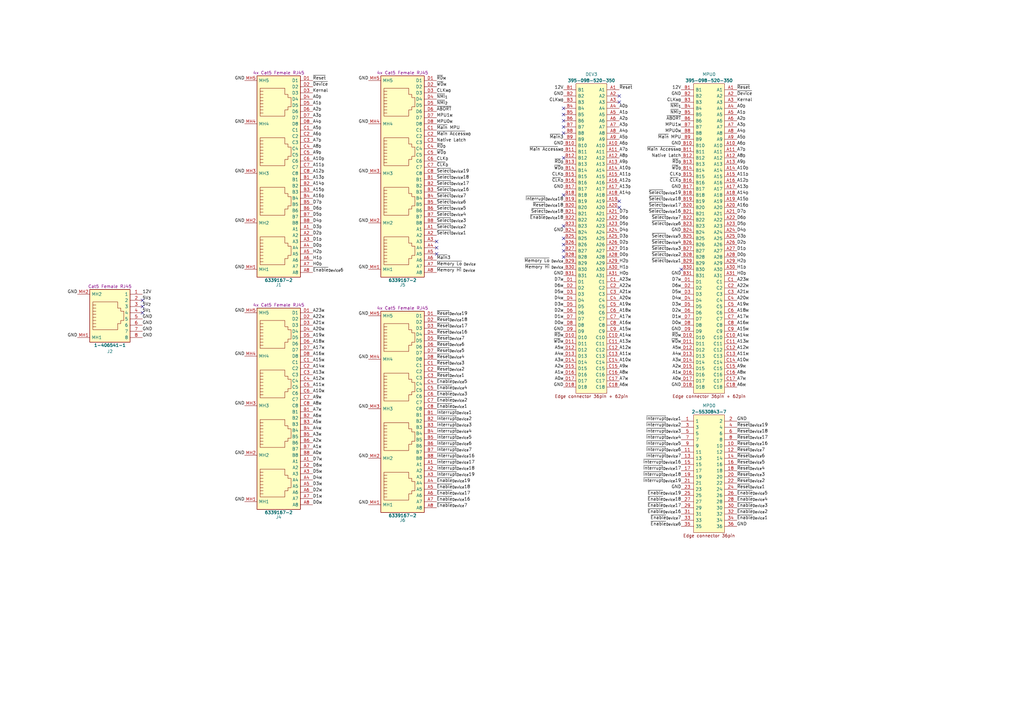
<source format=kicad_sch>
(kicad_sch (version 20231120) (generator "eeschema") (generator_version "8.0")
  (paper "A3")
  (title_block (title "HCP65 Board Tester") (date "2025-02-08") (rev "V0"))
  (lib_symbols
    (symbol "EDAC:395-098-520-350" (pin_names (offset 0.762))
      (property "Reference" "J" (at 11.43 6.35 0))
      (property "Value" "395-098-520-350" (at 11.43 3.81 0))
      (symbol "395-098-520-350_0_0"
        (pin passive line (at 22.86 0 180) (length 5.08) (name "A1") (number "A1"))
        (pin passive line (at 22.86 -22.86 180) (length 5.08) (name "A10") (number "A10"))
        (pin passive line (at 22.86 -25.4 180) (length 5.08) (name "A11") (number "A11"))
        (pin passive line (at 22.86 -27.94 180) (length 5.08) (name "A12") (number "A12"))
        (pin passive line (at 22.86 -30.48 180) (length 5.08) (name "A13") (number "A13"))
        (pin passive line (at 22.86 -33.02 180) (length 5.08) (name "A14") (number "A14"))
        (pin passive line (at 22.86 -35.56 180) (length 5.08) (name "A15") (number "A15"))
        (pin passive line (at 22.86 -38.1 180) (length 5.08) (name "A16") (number "A16"))
        (pin passive line (at 22.86 -40.64 180) (length 5.08) (name "A17") (number "A17"))
        (pin passive line (at 22.86 -43.18 180) (length 5.08) (name "A18") (number "A18"))
        (pin passive line (at 22.86 -45.72 180) (length 5.08) (name "A19") (number "A19"))
        (pin passive line (at 22.86 -2.54 180) (length 5.08) (name "A2") (number "A2"))
        (pin passive line (at 22.86 -48.26 180) (length 5.08) (name "A20") (number "A20"))
        (pin passive line (at 22.86 -50.8 180) (length 5.08) (name "A21") (number "A21"))
        (pin passive line (at 22.86 -53.34 180) (length 5.08) (name "A22") (number "A22"))
        (pin passive line (at 22.86 -55.88 180) (length 5.08) (name "A23") (number "A23"))
        (pin passive line (at 22.86 -58.42 180) (length 5.08) (name "A24") (number "A24"))
        (pin passive line (at 22.86 -60.96 180) (length 5.08) (name "A25") (number "A25"))
        (pin passive line (at 22.86 -63.5 180) (length 5.08) (name "A26") (number "A26"))
        (pin passive line (at 22.86 -66.04 180) (length 5.08) (name "A27") (number "A27"))
        (pin passive line (at 22.86 -68.58 180) (length 5.08) (name "A28") (number "A28"))
        (pin passive line (at 22.86 -71.12 180) (length 5.08) (name "A29") (number "A29"))
        (pin passive line (at 22.86 -5.08 180) (length 5.08) (name "A3") (number "A3"))
        (pin passive line (at 22.86 -73.66 180) (length 5.08) (name "A30") (number "A30"))
        (pin passive line (at 22.86 -76.2 180) (length 5.08) (name "A31") (number "A31"))
        (pin passive line (at 22.86 -7.62 180) (length 5.08) (name "A4") (number "A4"))
        (pin passive line (at 22.86 -10.16 180) (length 5.08) (name "A5") (number "A5"))
        (pin passive line (at 22.86 -12.7 180) (length 5.08) (name "A6") (number "A6"))
        (pin passive line (at 22.86 -15.24 180) (length 5.08) (name "A7") (number "A7"))
        (pin passive line (at 22.86 -17.78 180) (length 5.08) (name "A8") (number "A8"))
        (pin passive line (at 22.86 -20.32 180) (length 5.08) (name "A9") (number "A9"))
        (pin passive line (at 0 0 0) (length 5.08) (name "B1") (number "B1"))
        (pin passive line (at 0 -22.86 0) (length 5.08) (name "B10") (number "B10"))
        (pin passive line (at 0 -25.4 0) (length 5.08) (name "B11") (number "B11"))
        (pin passive line (at 0 -27.94 0) (length 5.08) (name "B12") (number "B12"))
        (pin passive line (at 0 -30.48 0) (length 5.08) (name "B13") (number "B13"))
        (pin passive line (at 0 -33.02 0) (length 5.08) (name "B14") (number "B14"))
        (pin passive line (at 0 -35.56 0) (length 5.08) (name "B15") (number "B15"))
        (pin passive line (at 0 -38.1 0) (length 5.08) (name "B16") (number "B16"))
        (pin passive line (at 0 -40.64 0) (length 5.08) (name "B17") (number "B17"))
        (pin passive line (at 0 -43.18 0) (length 5.08) (name "B18") (number "B18"))
        (pin passive line (at 0 -45.72 0) (length 5.08) (name "B19") (number "B19"))
        (pin passive line (at 0 -2.54 0) (length 5.08) (name "B2") (number "B2"))
        (pin passive line (at 0 -48.26 0) (length 5.08) (name "B20") (number "B20"))
        (pin passive line (at 0 -50.8 0) (length 5.08) (name "B21") (number "B21"))
        (pin passive line (at 0 -53.34 0) (length 5.08) (name "B22") (number "B22"))
        (pin passive line (at 0 -55.88 0) (length 5.08) (name "B23") (number "B23"))
        (pin passive line (at 0 -58.42 0) (length 5.08) (name "B24") (number "B24"))
        (pin passive line (at 0 -60.96 0) (length 5.08) (name "B25") (number "B25"))
        (pin passive line (at 0 -63.5 0) (length 5.08) (name "B26") (number "B26"))
        (pin passive line (at 0 -66.04 0) (length 5.08) (name "B27") (number "B27"))
        (pin passive line (at 0 -68.58 0) (length 5.08) (name "B28") (number "B28"))
        (pin passive line (at 0 -71.12 0) (length 5.08) (name "B29") (number "B29"))
        (pin passive line (at 0 -5.08 0) (length 5.08) (name "B3") (number "B3"))
        (pin passive line (at 0 -73.66 0) (length 5.08) (name "B30") (number "B30"))
        (pin passive line (at 0 -76.2 0) (length 5.08) (name "B31") (number "B31"))
        (pin passive line (at 0 -7.62 0) (length 5.08) (name "B4") (number "B4"))
        (pin passive line (at 0 -10.16 0) (length 5.08) (name "B5") (number "B5"))
        (pin passive line (at 0 -12.7 0) (length 5.08) (name "B6") (number "B6"))
        (pin passive line (at 0 -15.24 0) (length 5.08) (name "B7") (number "B7"))
        (pin passive line (at 0 -17.78 0) (length 5.08) (name "B8") (number "B8"))
        (pin passive line (at 0 -20.32 0) (length 5.08) (name "B9") (number "B9"))
        (pin passive line (at 22.86 -78.74 180) (length 5.08) (name "C1") (number "C1"))
        (pin passive line (at 22.86 -101.6 180) (length 5.08) (name "C10") (number "C10"))
        (pin passive line (at 22.86 -104.14 180) (length 5.08) (name "C11") (number "C11"))
        (pin passive line (at 22.86 -106.68 180) (length 5.08) (name "C12") (number "C12"))
        (pin passive line (at 22.86 -109.22 180) (length 5.08) (name "C13") (number "C13"))
        (pin passive line (at 22.86 -111.76 180) (length 5.08) (name "C14") (number "C14"))
        (pin passive line (at 22.86 -114.3 180) (length 5.08) (name "C15") (number "C15"))
        (pin passive line (at 22.86 -116.84 180) (length 5.08) (name "C16") (number "C16"))
        (pin passive line (at 22.86 -119.38 180) (length 5.08) (name "C17") (number "C17"))
        (pin passive line (at 22.86 -121.92 180) (length 5.08) (name "C18") (number "C18"))
        (pin passive line (at 22.86 -81.28 180) (length 5.08) (name "C2") (number "C2"))
        (pin passive line (at 22.86 -83.82 180) (length 5.08) (name "C3") (number "C3"))
        (pin passive line (at 22.86 -86.36 180) (length 5.08) (name "C4") (number "C4"))
        (pin passive line (at 22.86 -88.9 180) (length 5.08) (name "C5") (number "C5"))
        (pin passive line (at 22.86 -91.44 180) (length 5.08) (name "C6") (number "C6"))
        (pin passive line (at 22.86 -93.98 180) (length 5.08) (name "C7") (number "C7"))
        (pin passive line (at 22.86 -96.52 180) (length 5.08) (name "C8") (number "C8"))
        (pin passive line (at 22.86 -99.06 180) (length 5.08) (name "C9") (number "C9"))
        (pin passive line (at 0 -78.74 0) (length 5.08) (name "D1") (number "D1"))
        (pin passive line (at 0 -101.6 0) (length 5.08) (name "D10") (number "D10"))
        (pin passive line (at 0 -104.14 0) (length 5.08) (name "D11") (number "D11"))
        (pin passive line (at 0 -106.68 0) (length 5.08) (name "D12") (number "D12"))
        (pin passive line (at 0 -109.22 0) (length 5.08) (name "D13") (number "D13"))
        (pin passive line (at 0 -111.76 0) (length 5.08) (name "D14") (number "D14"))
        (pin passive line (at 0 -114.3 0) (length 5.08) (name "D15") (number "D15"))
        (pin passive line (at 0 -116.84 0) (length 5.08) (name "D16") (number "D16"))
        (pin passive line (at 0 -119.38 0) (length 5.08) (name "D17") (number "D17"))
        (pin passive line (at 0 -121.92 0) (length 5.08) (name "D18") (number "D18"))
        (pin passive line (at 0 -81.28 0) (length 5.08) (name "D2") (number "D2"))
        (pin passive line (at 0 -83.82 0) (length 5.08) (name "D3") (number "D3"))
        (pin passive line (at 0 -86.36 0) (length 5.08) (name "D4") (number "D4"))
        (pin passive line (at 0 -88.9 0) (length 5.08) (name "D5") (number "D5"))
        (pin passive line (at 0 -91.44 0) (length 5.08) (name "D6") (number "D6"))
        (pin passive line (at 0 -93.98 0) (length 5.08) (name "D7") (number "D7"))
        (pin passive line (at 0 -96.52 0) (length 5.08) (name "D8") (number "D8"))
        (pin passive line (at 0 -99.06 0) (length 5.08) (name "D9") (number "D9"))
      )
      (symbol "395-098-520-350_1_1"
        (polyline (pts (xy 5.08 2.54) (xy 17.78 2.54) (xy 17.78 -124.46) (xy 5.08 -124.46) (xy 5.08 2.54)) (stroke (width 0.1524)) (fill (type background)))
        (text "Edge connector 36pin + 62pin" (at 11.43 -125.73 0) (effects (font (size 1.27 1.27))))
      )
    )
    (symbol "TE_Connectivity:1-406541-1" (pin_names (offset 0.762))
      (property "Reference" "J" (at -13.335 5.715 0))
      (property "Value" "1-406541-1" (at -13.335 3.175 0))
      (property "Description" "Cat5 Female RJ45" (at -13.335 -20.955 0))
      (symbol "1-406541-1_0_0"
        (pin passive line (at 0 -17.78 180) (length 5.08) (name "1") (number "1"))
        (pin passive line (at 0 -15.24 180) (length 5.08) (name "2") (number "2"))
        (pin passive line (at 0 -12.7 180) (length 5.08) (name "3") (number "3"))
        (pin passive line (at 0 -10.16 180) (length 5.08) (name "4") (number "4"))
        (pin passive line (at 0 -7.62 180) (length 5.08) (name "5") (number "5"))
        (pin passive line (at 0 -5.08 180) (length 5.08) (name "6") (number "6"))
        (pin passive line (at 0 -2.54 180) (length 5.08) (name "7") (number "7"))
        (pin passive line (at 0 0 180) (length 5.08) (name "8") (number "8"))
      )
      (symbol "1-406541-1_0_1"
        (rectangle (start -21.59 1.905) (end -5.08 -19.685) (stroke (width 0.254)) (fill (type background)))
        (polyline (pts (xy -19.05 -5.715) (xy -20.32 -5.715)))
        (polyline (pts (xy -19.05 -4.445) (xy -20.32 -4.445)))
        (polyline (pts (xy -20.32 -13.335) (xy -19.05 -13.335) (xy -19.05 -13.335)))
        (polyline (pts (xy -20.32 -12.065) (xy -19.05 -12.065) (xy -19.05 -12.065)))
        (polyline (pts (xy -20.32 -10.795) (xy -19.05 -10.795) (xy -19.05 -10.795)))
        (polyline (pts (xy -20.32 -9.525) (xy -19.05 -9.525) (xy -19.05 -9.525)))
        (polyline (pts (xy -20.32 -8.255) (xy -19.05 -8.255) (xy -19.05 -8.255)))
        (polyline (pts (xy -19.05 -6.985) (xy -20.32 -6.985) (xy -20.32 -6.985)))
        (polyline (pts (xy -20.32 -14.605) (xy -20.32 -3.175) (xy -10.16 -3.175) (xy -10.16 -5.715) (xy -8.89 -5.715) (xy -8.89 -6.985) (xy -7.62 -6.985) (xy -7.62 -10.795) (xy -8.89 -10.795) (xy -8.89 -12.065) (xy -10.16 -12.065) (xy -10.16 -14.605) (xy -20.32 -14.605) (xy -20.32 -14.605)))
      )
      (symbol "1-406541-1_1_0"
        (pin passive line (at -26.67 0 0) (length 5.08) (name "MH1") (number "MH1"))
        (pin passive line (at -26.67 -17.78 0) (length 5.08) (name "MH2") (number "MH2"))
      )
    )
    (symbol "TE_Connectivity:2-5530843-7" (pin_names (offset 0.762))
      (property "Reference" "J" (at 11.43 6.35 0))
      (property "Value" "2-5530843-7" (at 11.43 3.81 0))
      (symbol "2-5530843-7_0_0"
        (pin passive line (at 0 0 0) (length 5.08) (name "1") (number "1"))
        (pin passive line (at 22.86 -10.16 180) (length 5.08) (name "10") (number "10"))
        (pin passive line (at 0 -12.7 0) (length 5.08) (name "11") (number "11"))
        (pin passive line (at 22.86 -12.7 180) (length 5.08) (name "12") (number "12"))
        (pin passive line (at 0 -15.24 0) (length 5.08) (name "13") (number "13"))
        (pin passive line (at 22.86 -15.24 180) (length 5.08) (name "14") (number "14"))
        (pin passive line (at 0 -17.78 0) (length 5.08) (name "15") (number "15"))
        (pin passive line (at 22.86 -17.78 180) (length 5.08) (name "16") (number "16"))
        (pin passive line (at 0 -20.32 0) (length 5.08) (name "17") (number "17"))
        (pin passive line (at 22.86 -20.32 180) (length 5.08) (name "18") (number "18"))
        (pin passive line (at 0 -22.86 0) (length 5.08) (name "19") (number "19"))
        (pin passive line (at 22.86 0 180) (length 5.08) (name "2") (number "2"))
        (pin passive line (at 22.86 -22.86 180) (length 5.08) (name "20") (number "20"))
        (pin passive line (at 0 -25.4 0) (length 5.08) (name "21") (number "21"))
        (pin passive line (at 22.86 -25.4 180) (length 5.08) (name "22") (number "22"))
        (pin passive line (at 0 -27.94 0) (length 5.08) (name "23") (number "23"))
        (pin passive line (at 22.86 -27.94 180) (length 5.08) (name "24") (number "24"))
        (pin passive line (at 0 -30.48 0) (length 5.08) (name "25") (number "25"))
        (pin passive line (at 22.86 -30.48 180) (length 5.08) (name "26") (number "26"))
        (pin passive line (at 0 -33.02 0) (length 5.08) (name "27") (number "27"))
        (pin passive line (at 22.86 -33.02 180) (length 5.08) (name "28") (number "28"))
        (pin passive line (at 0 -35.56 0) (length 5.08) (name "29") (number "29"))
        (pin passive line (at 0 -2.54 0) (length 5.08) (name "3") (number "3"))
        (pin passive line (at 22.86 -35.56 180) (length 5.08) (name "30") (number "30"))
        (pin passive line (at 0 -38.1 0) (length 5.08) (name "31") (number "31"))
        (pin passive line (at 22.86 -38.1 180) (length 5.08) (name "32") (number "32"))
        (pin passive line (at 0 -40.64 0) (length 5.08) (name "33") (number "33"))
        (pin passive line (at 22.86 -40.64 180) (length 5.08) (name "34") (number "34"))
        (pin passive line (at 0 -43.18 0) (length 5.08) (name "35") (number "35"))
        (pin passive line (at 22.86 -43.18 180) (length 5.08) (name "36") (number "36"))
        (pin passive line (at 22.86 -2.54 180) (length 5.08) (name "4") (number "4"))
        (pin passive line (at 0 -5.08 0) (length 5.08) (name "5") (number "5"))
        (pin passive line (at 22.86 -5.08 180) (length 5.08) (name "6") (number "6"))
        (pin passive line (at 0 -7.62 0) (length 5.08) (name "7") (number "7"))
        (pin passive line (at 22.86 -7.62 180) (length 5.08) (name "8") (number "8"))
        (pin passive line (at 0 -10.16 0) (length 5.08) (name "9") (number "9"))
      )
      (symbol "2-5530843-7_1_1"
        (polyline (pts (xy 5.08 2.54) (xy 17.78 2.54) (xy 17.78 -45.72) (xy 5.08 -45.72) (xy 5.08 2.54)) (stroke (width 0.1524)) (fill (type background)))
        (text "Edge connector 36pin" (at 11.43 -46.99 0) (effects (font (size 1.27 1.27))))
      )
    )
    (symbol "TE_Connectivity:6339167-2" (pin_names (offset 0.762))
      (property "Reference" "J" (at -13.97 5.08 0))
      (property "Value" "6339167-2" (at -13.97 3.175 0))
      (property "Description" "4x Cat5 Female RJ45" (at -13.97 -81.915 0))
      (symbol "6339167-2_0_0"
        (pin passive line (at 0 -17.78 180) (length 5.08) (name "A1") (number "A1"))
        (pin passive line (at 0 -15.24 180) (length 5.08) (name "A2") (number "A2"))
        (pin passive line (at 0 -12.7 180) (length 5.08) (name "A3") (number "A3"))
        (pin passive line (at 0 -10.16 180) (length 5.08) (name "A4") (number "A4"))
        (pin passive line (at 0 -7.62 180) (length 5.08) (name "A5") (number "A5"))
        (pin passive line (at 0 -5.08 180) (length 5.08) (name "A6") (number "A6"))
        (pin passive line (at 0 -2.54 180) (length 5.08) (name "A7") (number "A7"))
        (pin passive line (at 0 0 180) (length 5.08) (name "A8") (number "A8"))
        (pin passive line (at 0 -38.1 180) (length 5.08) (name "B1") (number "B1"))
        (pin passive line (at 0 -35.56 180) (length 5.08) (name "B2") (number "B2"))
        (pin passive line (at 0 -33.02 180) (length 5.08) (name "B3") (number "B3"))
        (pin passive line (at 0 -30.48 180) (length 5.08) (name "B4") (number "B4"))
        (pin passive line (at 0 -27.94 180) (length 5.08) (name "B5") (number "B5"))
        (pin passive line (at 0 -25.4 180) (length 5.08) (name "B6") (number "B6"))
        (pin passive line (at 0 -22.86 180) (length 5.08) (name "B7") (number "B7"))
        (pin passive line (at 0 -20.32 180) (length 5.08) (name "B8") (number "B8"))
        (pin passive line (at 0 -58.42 180) (length 5.08) (name "C1") (number "C1"))
        (pin passive line (at 0 -55.88 180) (length 5.08) (name "C2") (number "C2"))
        (pin passive line (at 0 -53.34 180) (length 5.08) (name "C3") (number "C3"))
        (pin passive line (at 0 -50.8 180) (length 5.08) (name "C4") (number "C4"))
        (pin passive line (at 0 -48.26 180) (length 5.08) (name "C5") (number "C5"))
        (pin passive line (at 0 -45.72 180) (length 5.08) (name "C6") (number "C6"))
        (pin passive line (at 0 -43.18 180) (length 5.08) (name "C7") (number "C7"))
        (pin passive line (at 0 -40.64 180) (length 5.08) (name "C8") (number "C8"))
        (pin passive line (at 0 -78.74 180) (length 5.08) (name "D1") (number "D1"))
        (pin passive line (at 0 -76.2 180) (length 5.08) (name "D2") (number "D2"))
        (pin passive line (at 0 -73.66 180) (length 5.08) (name "D3") (number "D3"))
        (pin passive line (at 0 -71.12 180) (length 5.08) (name "D4") (number "D4"))
        (pin passive line (at 0 -68.58 180) (length 5.08) (name "D5") (number "D5"))
        (pin passive line (at 0 -66.04 180) (length 5.08) (name "D6") (number "D6"))
        (pin passive line (at 0 -63.5 180) (length 5.08) (name "D7") (number "D7"))
        (pin passive line (at 0 -60.96 180) (length 5.08) (name "D8") (number "D8"))
        (pin passive line (at -27.94 -1.27 0) (length 5.08) (name "MH1") (number "MH1"))
        (pin passive line (at -27.94 -20.32 0) (length 5.08) (name "MH2") (number "MH2"))
        (pin passive line (at -27.94 -40.64 0) (length 5.08) (name "MH3") (number "MH3"))
        (pin passive line (at -27.94 -60.96 0) (length 5.08) (name "MH4") (number "MH4"))
        (pin passive line (at -27.94 -78.74 0) (length 5.08) (name "MH5") (number "MH5"))
      )
      (symbol "6339167-2_0_1"
        (rectangle (start -22.86 1.905) (end -5.08 -80.645) (stroke (width 0.254)) (fill (type background)))
        (polyline (pts (xy -20.32 -66.675) (xy -21.59 -66.675)))
        (polyline (pts (xy -20.32 -65.405) (xy -21.59 -65.405)))
        (polyline (pts (xy -20.32 -46.355) (xy -21.59 -46.355)))
        (polyline (pts (xy -20.32 -45.085) (xy -21.59 -45.085)))
        (polyline (pts (xy -20.32 -26.035) (xy -21.59 -26.035)))
        (polyline (pts (xy -20.32 -24.765) (xy -21.59 -24.765)))
        (polyline (pts (xy -20.32 -5.715) (xy -21.59 -5.715)))
        (polyline (pts (xy -20.32 -4.445) (xy -21.59 -4.445)))
        (polyline (pts (xy -21.59 -74.295) (xy -20.32 -74.295) (xy -20.32 -74.295)))
        (polyline (pts (xy -21.59 -73.025) (xy -20.32 -73.025) (xy -20.32 -73.025)))
        (polyline (pts (xy -21.59 -71.755) (xy -20.32 -71.755) (xy -20.32 -71.755)))
        (polyline (pts (xy -21.59 -70.485) (xy -20.32 -70.485) (xy -20.32 -70.485)))
        (polyline (pts (xy -21.59 -69.215) (xy -20.32 -69.215) (xy -20.32 -69.215)))
        (polyline (pts (xy -21.59 -53.975) (xy -20.32 -53.975) (xy -20.32 -53.975)))
        (polyline (pts (xy -21.59 -52.705) (xy -20.32 -52.705) (xy -20.32 -52.705)))
        (polyline (pts (xy -21.59 -51.435) (xy -20.32 -51.435) (xy -20.32 -51.435)))
        (polyline (pts (xy -21.59 -50.165) (xy -20.32 -50.165) (xy -20.32 -50.165)))
        (polyline (pts (xy -21.59 -48.895) (xy -20.32 -48.895) (xy -20.32 -48.895)))
        (polyline (pts (xy -21.59 -33.655) (xy -20.32 -33.655) (xy -20.32 -33.655)))
        (polyline (pts (xy -21.59 -32.385) (xy -20.32 -32.385) (xy -20.32 -32.385)))
        (polyline (pts (xy -21.59 -31.115) (xy -20.32 -31.115) (xy -20.32 -31.115)))
        (polyline (pts (xy -21.59 -29.845) (xy -20.32 -29.845) (xy -20.32 -29.845)))
        (polyline (pts (xy -21.59 -28.575) (xy -20.32 -28.575) (xy -20.32 -28.575)))
        (polyline (pts (xy -21.59 -13.335) (xy -20.32 -13.335) (xy -20.32 -13.335)))
        (polyline (pts (xy -21.59 -12.065) (xy -20.32 -12.065) (xy -20.32 -12.065)))
        (polyline (pts (xy -21.59 -10.795) (xy -20.32 -10.795) (xy -20.32 -10.795)))
        (polyline (pts (xy -21.59 -9.525) (xy -20.32 -9.525) (xy -20.32 -9.525)))
        (polyline (pts (xy -21.59 -8.255) (xy -20.32 -8.255) (xy -20.32 -8.255)))
        (polyline (pts (xy -20.32 -67.945) (xy -21.59 -67.945) (xy -21.59 -67.945)))
        (polyline (pts (xy -20.32 -47.625) (xy -21.59 -47.625) (xy -21.59 -47.625)))
        (polyline (pts (xy -20.32 -27.305) (xy -21.59 -27.305) (xy -21.59 -27.305)))
        (polyline (pts (xy -20.32 -6.985) (xy -21.59 -6.985) (xy -21.59 -6.985)))
        (polyline (pts (xy -21.59 -75.565) (xy -21.59 -64.135) (xy -11.43 -64.135) (xy -11.43 -66.675) (xy -10.16 -66.675) (xy -10.16 -67.945) (xy -8.89 -67.945) (xy -8.89 -71.755) (xy -10.16 -71.755) (xy -10.16 -73.025) (xy -11.43 -73.025) (xy -11.43 -75.565) (xy -21.59 -75.565) (xy -21.59 -75.565)))
        (polyline (pts (xy -21.59 -55.245) (xy -21.59 -43.815) (xy -11.43 -43.815) (xy -11.43 -46.355) (xy -10.16 -46.355) (xy -10.16 -47.625) (xy -8.89 -47.625) (xy -8.89 -51.435) (xy -10.16 -51.435) (xy -10.16 -52.705) (xy -11.43 -52.705) (xy -11.43 -55.245) (xy -21.59 -55.245) (xy -21.59 -55.245)))
        (polyline (pts (xy -21.59 -34.925) (xy -21.59 -23.495) (xy -11.43 -23.495) (xy -11.43 -26.035) (xy -10.16 -26.035) (xy -10.16 -27.305) (xy -8.89 -27.305) (xy -8.89 -31.115) (xy -10.16 -31.115) (xy -10.16 -32.385) (xy -11.43 -32.385) (xy -11.43 -34.925) (xy -21.59 -34.925) (xy -21.59 -34.925)))
        (polyline (pts (xy -21.59 -14.605) (xy -21.59 -3.175) (xy -11.43 -3.175) (xy -11.43 -5.715) (xy -10.16 -5.715) (xy -10.16 -6.985) (xy -8.89 -6.985) (xy -8.89 -10.795) (xy -10.16 -10.795) (xy -10.16 -12.065) (xy -11.43 -12.065) (xy -11.43 -14.605) (xy -21.59 -14.605) (xy -21.59 -14.605)))
      )
    )
  )
  (no_connect (at 254 41.91))
  (no_connect (at 58.42 128.27))
  (no_connect (at 231.14 46.99))
  (no_connect (at 254 85.09))
  (no_connect (at 179.07 99.06))
  (no_connect (at 231.14 102.87))
  (no_connect (at 231.14 44.45))
  (no_connect (at 279.4 110.49))
  (no_connect (at 231.14 49.53))
  (no_connect (at 231.14 92.71))
  (no_connect (at 254 39.37))
  (no_connect (at 231.14 54.61))
  (no_connect (at 179.07 104.14))
  (no_connect (at 58.42 125.73))
  (no_connect (at 231.14 105.41))
  (no_connect (at 179.07 101.6))
  (no_connect (at 231.14 80.01))
  (no_connect (at 231.14 97.79))
  (no_connect (at 231.14 100.33))
  (no_connect (at 254 82.55))
  (no_connect (at 58.42 123.19))
  (no_connect (at 231.14 52.07))
  (no_connect (at 231.14 64.77))
  (label "GND" (at 279.4 158.75 180))
  (label "D0_{D}" (at 254 105.41 0))
  (label "~{Select}_{Device}4" (at 279.4 100.33 180))
  (label "A11_{M}" (at 302.26 146.05 0))
  (label "MPU1_{M}" (at 279.4 52.07 180))
  (label "A10_{D}" (at 302.26 69.85 0))
  (label "~{CLK}_{D}" (at 179.07 68.58 0))
  (label "~{WD}_{D}" (at 231.14 69.85 180))
  (label "D4_{M}" (at 231.14 123.19 180))
  (label "GND" (at 100.33 91.44 180))
  (label "~{Memory Hi}_{ Device}" (at 231.14 110.49 180))
  (label "~{Memory Lo}_{ Device}" (at 231.14 107.95 180))
  (label "~{Select}_{Device}18" (at 279.4 82.55 180))
  (label "~{Interrupt}_{Device}1" (at 279.4 172.72 180))
  (label "A21_{M}" (at 254 120.65 0))
  (label "A14_{D}" (at 254 80.01 0))
  (label "A12_{D}" (at 128.27 71.12 0))
  (label "D2_{M}" (at 128.27 201.93 0))
  (label "D5_{D}" (at 254 92.71 0))
  (label "D4_{M}" (at 279.4 123.19 180))
  (label "~{Reset}_{Device}3" (at 302.26 195.58 0))
  (label "D7_{M}" (at 128.27 189.23 0))
  (label "~{Interrupt}_{Device}16" (at 279.4 190.5 180))
  (label "GND" (at 231.14 158.75 180))
  (label "GND" (at 231.14 95.25 180))
  (label "A19_{M}" (at 254 125.73 0))
  (label "D1_{M}" (at 279.4 130.81 180))
  (label "GND" (at 100.33 110.49 180))
  (label "GND" (at 31.75 138.43 180))
  (label "~{Enable}_{Device}19" (at 279.4 203.2 180))
  (label "~{Enable}_{Device}5" (at 179.07 157.48 0))
  (label "A7_{M}" (at 254 156.21 0))
  (label "A4_{M}" (at 231.14 146.05 180))
  (label "~{Interrupt}_{Device}6" (at 279.4 185.42 180))
  (label "~{Enable}_{Device}16" (at 179.07 205.74 0))
  (label "~{Reset}_{Device}5" (at 179.07 144.78 0))
  (label "A23_{M}" (at 128.27 128.27 0))
  (label "~{Select}_{Device}18" (at 179.07 73.66 0))
  (label "A18_{M}" (at 254 128.27 0))
  (label "GND" (at 31.75 120.65 180))
  (label "~{Interrupt}_{Device}2" (at 179.07 172.72 0))
  (label "~{Select}_{Device}5" (at 179.07 86.36 0))
  (label "~{Enable}_{Device}18" (at 179.07 200.66 0))
  (label "~{Interrupt}_{Device}4" (at 279.4 180.34 180))
  (label "D3_{D}" (at 302.26 97.79 0))
  (label "Kernal" (at 128.27 38.1 0))
  (label "D2_{M}" (at 279.4 128.27 180))
  (label "A20_{M}" (at 302.26 123.19 0))
  (label "D0_{M}" (at 279.4 133.35 180))
  (label "A1_{M}" (at 279.4 153.67 180))
  (label "A6_{M}" (at 302.26 158.75 0))
  (label "~{Reset}_{Device}7" (at 302.26 185.42 0))
  (label "D3_{M}" (at 279.4 125.73 180))
  (label "~{Interrupt}_{Device}1" (at 179.07 170.18 0))
  (label "~{Select}_{Device}5" (at 279.4 97.79 180))
  (label "D6_{M}" (at 279.4 118.11 180))
  (label "~{NMI}_{1}" (at 279.4 44.45 180))
  (label "A2_{M}" (at 231.14 151.13 180))
  (label "~{Select}_{Device}19" (at 179.07 71.12 0))
  (label "A9_{D}" (at 254 67.31 0))
  (label "GND" (at 100.33 128.27 180))
  (label "~{Interrupt}_{Device}19" (at 279.4 198.12 180))
  (label "~{Reset}" (at 254 36.83 0))
  (label "~{Enable}_{Device}3" (at 302.26 208.28 0))
  (label "~{Interrupt}_{Device}19" (at 179.07 195.58 0))
  (label "~{Enable}_{Device}18" (at 279.4 205.74 180))
  (label "~{Enable}_{Device}5" (at 302.26 203.2 0))
  (label "A12_{D}" (at 254 74.93 0))
  (label "~{Select}_{Device}6" (at 279.4 92.71 180))
  (label "~{Interrupt}_{Device}7" (at 179.07 185.42 0))
  (label "A0_{M}" (at 231.14 156.21 180))
  (label "A2_{M}" (at 279.4 151.13 180))
  (label "~{Select}_{Device}1" (at 279.4 107.95 180))
  (label "GND" (at 279.4 135.89 180))
  (label "GND" (at 58.42 138.43 0))
  (label "A10_{D}" (at 254 69.85 0))
  (label "D4_{D}" (at 128.27 91.44 0))
  (label "A11_{D}" (at 128.27 68.58 0))
  (label "GND" (at 58.42 133.35 0))
  (label "~{Select}_{Device}17" (at 279.4 85.09 180))
  (label "A8_{D}" (at 302.26 64.77 0))
  (label "A1_{D}" (at 254 46.99 0))
  (label "A14_{M}" (at 128.27 151.13 0))
  (label "5V_{1}" (at 58.42 128.27 0))
  (label "~{RD}_{M}" (at 279.4 138.43 180))
  (label "A0_{D}" (at 254 44.45 0))
  (label "A16_{M}" (at 254 133.35 0))
  (label "~{RD}_{D}" (at 231.14 67.31 180))
  (label "~{Main} MPU" (at 179.07 53.34 0))
  (label "CLK_{D}" (at 179.07 66.04 0))
  (label "D6_{D}" (at 128.27 86.36 0))
  (label "~{Device}" (at 302.26 39.37 0))
  (label "A10_{M}" (at 254 148.59 0))
  (label "A5_{M}" (at 279.4 143.51 180))
  (label "MPU1_{M}" (at 179.07 48.26 0))
  (label "~{WD}_{D}" (at 179.07 63.5 0))
  (label "A6_{M}" (at 128.27 171.45 0))
  (label "~{ABORT}" (at 279.4 49.53 180))
  (label "A1_{M}" (at 128.27 184.15 0))
  (label "A7_{M}" (at 302.26 156.21 0))
  (label "~{Enable}_{Device}17" (at 179.07 203.2 0))
  (label "D5_{M}" (at 128.27 194.31 0))
  (label "~{Select}_{Device}16" (at 179.07 78.74 0))
  (label "~{Select}_{Device}3" (at 279.4 102.87 180))
  (label "A8_{M}" (at 254 153.67 0))
  (label "~{Reset}_{Device}4" (at 302.26 193.04 0))
  (label "MPU0_{M}" (at 179.07 50.8 0))
  (label "~{Enable}_{Device}16" (at 279.4 210.82 180))
  (label "~{NMI}_{2}" (at 279.4 46.99 180))
  (label "~{CLK}_{D}" (at 231.14 74.93 180))
  (label "~{Interrupt}_{Device}18" (at 231.14 82.55 180))
  (label "GND" (at 100.33 33.02 180))
  (label "~{WD}_{D}" (at 279.4 69.85 180))
  (label "~{Interrupt}_{Device}2" (at 279.4 175.26 180))
  (label "A6_{D}" (at 302.26 59.69 0))
  (label "A12_{M}" (at 302.26 143.51 0))
  (label "A11_{M}" (at 128.27 158.75 0))
  (label "GND" (at 100.33 186.69 180))
  (label "A20_{M}" (at 254 123.19 0))
  (label "GND" (at 302.26 215.9 0))
  (label "GND" (at 58.42 130.81 0))
  (label "~{Enable}_{Device}18" (at 231.14 90.17 180))
  (label "~{WD}_{M}" (at 231.14 140.97 180))
  (label "A5_{D}" (at 254 57.15 0))
  (label "A5_{D}" (at 302.26 57.15 0))
  (label "A19_{M}" (at 128.27 138.43 0))
  (label "A13_{D}" (at 302.26 77.47 0))
  (label "~{Enable}_{Device}17" (at 279.4 208.28 180))
  (label "D6_{D}" (at 254 90.17 0))
  (label "~{Reset}_{Device}2" (at 179.07 152.4 0))
  (label "A9_{M}" (at 128.27 163.83 0))
  (label "D1_{D}" (at 128.27 99.06 0))
  (label "A22_{M}" (at 128.27 130.81 0))
  (label "H0_{D}" (at 254 113.03 0))
  (label "5V_{2}" (at 58.42 125.73 0))
  (label "~{Reset}_{Device}7" (at 179.07 139.7 0))
  (label "GND" (at 279.4 95.25 180))
  (label "~{Interrupt}_{Device}7" (at 279.4 187.96 180))
  (label "GND" (at 231.14 59.69 180))
  (label "H2_{D}" (at 302.26 107.95 0))
  (label "D0_{D}" (at 302.26 105.41 0))
  (label "A19_{M}" (at 302.26 125.73 0))
  (label "A9_{M}" (at 302.26 151.13 0))
  (label "D3_{M}" (at 128.27 199.39 0))
  (label "Native Latch" (at 179.07 58.42 0))
  (label "A11_{D}" (at 254 72.39 0))
  (label "A8_{D}" (at 128.27 60.96 0))
  (label "A1_{D}" (at 128.27 43.18 0))
  (label "~{Interrupt}_{Device}5" (at 179.07 180.34 0))
  (label "Native Latch" (at 279.4 64.77 180))
  (label "A2_{D}" (at 128.27 45.72 0))
  (label "A17_{M}" (at 302.26 130.81 0))
  (label "MPU0_{M}" (at 279.4 54.61 180))
  (label "A9_{D}" (at 302.26 67.31 0))
  (label "H0_{D}" (at 128.27 109.22 0))
  (label "A2_{D}" (at 254 49.53 0))
  (label "A15_{D}" (at 302.26 82.55 0))
  (label "~{NMI}_{1}" (at 179.07 40.64 0))
  (label "CLK_{M0}" (at 279.4 41.91 180))
  (label "~{WD}_{M}" (at 179.07 35.56 0))
  (label "D6_{M}" (at 231.14 118.11 180))
  (label "~{Interrupt}_{Device}5" (at 279.4 182.88 180))
  (label "D6_{D}" (at 302.26 90.17 0))
  (label "~{Interrupt}_{Device}17" (at 179.07 190.5 0))
  (label "A11_{M}" (at 254 146.05 0))
  (label "GND" (at 100.33 50.8 180))
  (label "A16_{D}" (at 302.26 85.09 0))
  (label "GND" (at 279.4 113.03 180))
  (label "GND" (at 151.13 187.96 180))
  (label "A16_{M}" (at 302.26 133.35 0))
  (label "~{Interrupt}_{Device}3" (at 179.07 175.26 0))
  (label "A0_{M}" (at 128.27 186.69 0))
  (label "GND" (at 100.33 146.05 180))
  (label "D7_{M}" (at 231.14 115.57 180))
  (label "~{Reset}_{Device}18" (at 179.07 132.08 0))
  (label "A3_{M}" (at 231.14 148.59 180))
  (label "~{Interrupt}_{Device}18" (at 279.4 195.58 180))
  (label "D0_{M}" (at 128.27 207.01 0))
  (label "A2_{D}" (at 302.26 49.53 0))
  (label "A9_{M}" (at 254 151.13 0))
  (label "~{Select}_{Device}7" (at 279.4 90.17 180))
  (label "GND" (at 302.26 172.72 0))
  (label "A17_{M}" (at 254 130.81 0))
  (label "A6_{D}" (at 254 59.69 0))
  (label "A3_{M}" (at 128.27 179.07 0))
  (label "D4_{D}" (at 302.26 95.25 0))
  (label "A11_{D}" (at 302.26 72.39 0))
  (label "D5_{D}" (at 128.27 88.9 0))
  (label "GND" (at 151.13 167.64 180))
  (label "GND" (at 279.4 39.37 180))
  (label "A10_{M}" (at 128.27 161.29 0))
  (label "D3_{D}" (at 254 97.79 0))
  (label "A1_{D}" (at 302.26 46.99 0))
  (label "~{Reset}_{Device}16" (at 302.26 182.88 0))
  (label "GND" (at 151.13 147.32 180))
  (label "~{WD}_{M}" (at 279.4 140.97 180))
  (label "GND" (at 231.14 135.89 180))
  (label "~{Memory Lo}_{ Device}" (at 179.07 109.22 0))
  (label "A3_{D}" (at 254 52.07 0))
  (label "A5_{M}" (at 128.27 173.99 0))
  (label "~{RD}_{M}" (at 231.14 138.43 180))
  (label "A4_{D}" (at 128.27 50.8 0))
  (label "D1_{D}" (at 254 102.87 0))
  (label "A14_{M}" (at 302.26 138.43 0))
  (label "~{CLK}_{D}" (at 279.4 74.93 180))
  (label "~{Reset}_{Device}18" (at 302.26 177.8 0))
  (label "~{Main Access}_{M0}" (at 231.14 62.23 180))
  (label "A18_{M}" (at 128.27 140.97 0))
  (label "~{Main}3" (at 231.14 57.15 180))
  (label "A8_{M}" (at 128.27 166.37 0))
  (label "~{Memory Hi}_{ Device}" (at 179.07 111.76 0))
  (label "D5_{M}" (at 231.14 120.65 180))
  (label "D4_{D}" (at 254 95.25 0))
  (label "~{Reset}_{Device}1" (at 302.26 200.66 0))
  (label "A15_{M}" (at 128.27 148.59 0))
  (label "D0_{M}" (at 231.14 133.35 180))
  (label "~{Select}_{Device}18" (at 231.14 87.63 180))
  (label "GND" (at 58.42 135.89 0))
  (label "GND" (at 100.33 166.37 180))
  (label "D3_{D}" (at 128.27 93.98 0))
  (label "GND" (at 151.13 207.01 180))
  (label "GND" (at 151.13 33.02 180))
  (label "D4_{M}" (at 128.27 196.85 0))
  (label "~{Enable}_{Device}1" (at 179.07 167.64 0))
  (label "~{Reset}_{Device}6" (at 302.26 187.96 0))
  (label "~{RD}_{D}" (at 179.07 60.96 0))
  (label "~{Select}_{Device}6" (at 179.07 83.82 0))
  (label "~{Select}_{Device}19" (at 279.4 80.01 180))
  (label "~{Select}_{Device}2" (at 279.4 105.41 180))
  (label "~{Select}_{Device}17" (at 179.07 76.2 0))
  (label "A8_{M}" (at 302.26 153.67 0))
  (label "A0_{D}" (at 302.26 44.45 0))
  (label "GND" (at 151.13 91.44 180))
  (label "A9_{D}" (at 128.27 63.5 0))
  (label "~{Interrupt}_{Device}18" (at 179.07 193.04 0))
  (label "A2_{M}" (at 128.27 181.61 0))
  (label "A8_{D}" (at 254 64.77 0))
  (label "H2_{D}" (at 128.27 104.14 0))
  (label "A7_{M}" (at 128.27 168.91 0))
  (label "~{Interrupt}_{Device}6" (at 179.07 182.88 0))
  (label "A4_{D}" (at 254 54.61 0))
  (label "A18_{M}" (at 302.26 128.27 0))
  (label "A22_{M}" (at 254 118.11 0))
  (label "~{Reset}_{Device}17" (at 179.07 134.62 0))
  (label "~{Reset}_{Device}19" (at 179.07 129.54 0))
  (label "~{Enable}_{Device}3" (at 179.07 162.56 0))
  (label "GND" (at 151.13 110.49 180))
  (label "A13_{M}" (at 128.27 153.67 0))
  (label "GND" (at 231.14 77.47 180))
  (label "D1_{D}" (at 302.26 102.87 0))
  (label "GND" (at 151.13 129.54 180))
  (label "H1_{D}" (at 128.27 106.68 0))
  (label "D7_{D}" (at 254 87.63 0))
  (label "GND" (at 151.13 71.12 180))
  (label "~{Reset}" (at 302.26 36.83 0))
  (label "D5_{D}" (at 302.26 92.71 0))
  (label "~{Reset}_{Device}1" (at 179.07 154.94 0))
  (label "12V" (at 58.42 120.65 0))
  (label "A23_{M}" (at 254 115.57 0))
  (label "D2_{M}" (at 231.14 128.27 180))
  (label "A10_{M}" (at 302.26 148.59 0))
  (label "CLK_{D}" (at 279.4 72.39 180))
  (label "~{Reset}_{Device}5" (at 302.26 190.5 0))
  (label "A4_{M}" (at 279.4 146.05 180))
  (label "D5_{M}" (at 279.4 120.65 180))
  (label "D3_{M}" (at 231.14 125.73 180))
  (label "A6_{D}" (at 128.27 55.88 0))
  (label "D7_{M}" (at 279.4 115.57 180))
  (label "~{Interrupt}_{Device}16" (at 179.07 187.96 0))
  (label "D7_{D}" (at 128.27 83.82 0))
  (label "~{Interrupt}_{Device}17" (at 279.4 193.04 180))
  (label "~{Main} MPU" (at 279.4 57.15 180))
  (label "~{Select}_{Device}4" (at 179.07 88.9 0))
  (label "~{Enable}_{Device}7" (at 179.07 208.28 0))
  (label "~{Select}_{Device}1" (at 179.07 96.52 0))
  (label "A12_{D}" (at 302.26 74.93 0))
  (label "~{Enable}_{Device}2" (at 179.07 165.1 0))
  (label "A14_{M}" (at 254 138.43 0))
  (label "A13_{D}" (at 254 77.47 0))
  (label "A17_{M}" (at 128.27 143.51 0))
  (label "A12_{M}" (at 254 143.51 0))
  (label "A6_{M}" (at 254 158.75 0))
  (label "CLK_{M0}" (at 179.07 38.1 0))
  (label "A15_{M}" (at 254 135.89 0))
  (label "A4_{M}" (at 128.27 176.53 0))
  (label "12V" (at 231.14 36.83 180))
  (label "~{Select}_{Device}2" (at 179.07 93.98 0))
  (label "A23_{M}" (at 302.26 115.57 0))
  (label "~{Select}_{Device}16" (at 279.4 87.63 180))
  (label "GND" (at 100.33 205.74 180))
  (label "~{ABORT}" (at 179.07 45.72 0))
  (label "~{Device}" (at 128.27 35.56 0))
  (label "~{Reset}" (at 128.27 33.02 0))
  (label "A1_{M}" (at 231.14 153.67 180))
  (label "A7_{D}" (at 128.27 58.42 0))
  (label "~{RD}_{D}" (at 279.4 67.31 180))
  (label "A0_{D}" (at 128.27 40.64 0))
  (label "A21_{M}" (at 302.26 120.65 0))
  (label "~{Reset}_{Device}2" (at 302.26 198.12 0))
  (label "A22_{M}" (at 302.26 118.11 0))
  (label "A21_{M}" (at 128.27 133.35 0))
  (label "A16_{D}" (at 128.27 81.28 0))
  (label "~{Enable}_{Device}4" (at 302.26 205.74 0))
  (label "~{Enable}_{Device}6" (at 128.27 111.76 0))
  (label "A20_{M}" (at 128.27 135.89 0))
  (label "A15_{D}" (at 128.27 78.74 0))
  (label "~{Enable}_{Device}19" (at 179.07 198.12 0))
  (label "A14_{D}" (at 302.26 80.01 0))
  (label "H1_{D}" (at 302.26 110.49 0))
  (label "A7_{D}" (at 302.26 62.23 0))
  (label "A14_{D}" (at 128.27 76.2 0))
  (label "A13_{M}" (at 254 140.97 0))
  (label "~{Main Access}_{M0}" (at 279.4 62.23 180))
  (label "~{Interrupt}_{Device}3" (at 279.4 177.8 180))
  (label "D2_{D}" (at 128.27 96.52 0))
  (label "A5_{M}" (at 231.14 143.51 180))
  (label "GND" (at 100.33 71.12 180))
  (label "CLK_{D}" (at 231.14 72.39 180))
  (label "~{Reset}_{Device}3" (at 179.07 149.86 0))
  (label "A16_{M}" (at 128.27 146.05 0))
  (label "A13_{D}" (at 128.27 73.66 0))
  (label "~{Enable}_{Device}6" (at 279.4 215.9 180))
  (label "~{RD}_{M}" (at 179.07 33.02 0))
  (label "~{Select}_{Device}3" (at 179.07 91.44 0))
  (label "A3_{D}" (at 302.26 52.07 0))
  (label "~{NMI}_{2}" (at 179.07 43.18 0))
  (label "GND" (at 231.14 113.03 180))
  (label "~{Reset}_{Device}19" (at 302.26 175.26 0))
  (label "A15_{M}" (at 302.26 135.89 0))
  (label "A3_{D}" (at 128.27 48.26 0))
  (label "~{Reset}_{Device}17" (at 302.26 180.34 0))
  (label "A13_{M}" (at 302.26 140.97 0))
  (label "~{Interrupt}_{Device}4" (at 179.07 177.8 0))
  (label "~{Enable}_{Device}1" (at 302.26 213.36 0))
  (label "D1_{M}" (at 128.27 204.47 0))
  (label "D6_{M}" (at 128.27 191.77 0))
  (label "D0_{D}" (at 128.27 101.6 0))
  (label "~{Enable}_{Device}4" (at 179.07 160.02 0))
  (label "~{Main}3" (at 179.07 106.68 0))
  (label "~{Reset}_{Device}18" (at 231.14 85.09 180))
  (label "5V_{3}" (at 58.42 123.19 0))
  (label "~{Enable}_{Device}7" (at 279.4 213.36 180))
  (label "~{Reset}_{Device}16" (at 179.07 137.16 0))
  (label "12V" (at 279.4 36.83 180))
  (label "CLK_{M0}" (at 231.14 41.91 180))
  (label "A5_{D}" (at 128.27 53.34 0))
  (label "H2_{D}" (at 254 107.95 0))
  (label "Kernal" (at 302.26 41.91 0))
  (label "H1_{D}" (at 254 110.49 0))
  (label "~{Reset}_{Device}6" (at 179.07 142.24 0))
  (label "GND" (at 151.13 50.8 180))
  (label "D2_{D}" (at 302.26 100.33 0))
  (label "A0_{M}" (at 279.4 156.21 180))
  (label "A7_{D}" (at 254 62.23 0))
  (label "~{Main Access}_{M0}" (at 179.07 55.88 0))
  (label "D1_{M}" (at 231.14 130.81 180))
  (label "GND" (at 279.4 59.69 180))
  (label "H0_{D}" (at 302.26 113.03 0))
  (label "D2_{D}" (at 254 100.33 0))
  (label "A3_{M}" (at 279.4 148.59 180))
  (label "~{Enable}_{Device}2" (at 302.26 210.82 0))
  (label "~{Select}_{Device}7" (at 179.07 81.28 0))
  (label "~{Reset}_{Device}4" (at 179.07 147.32 0))
  (label "A10_{D}" (at 128.27 66.04 0))
  (label "GND" (at 279.4 200.66 180))
  (label "D7_{D}" (at 302.26 87.63 0))
  (label "GND" (at 279.4 77.47 180))
  (label "GND" (at 231.14 39.37 180))
  (label "A4_{D}" (at 302.26 54.61 0))
  (label "A12_{M}" (at 128.27 156.21 0))
  (symbol (lib_id "TE_Connectivity:6339167-2") (at 128.27 111.76 0) (mirror x) (unit 1)
    (property "Reference" "J1" (at 114.3 116.84 0))
    (property "Value" "6339167-2" (at 114.3 114.935 0) (effects (font (bold yes))))
    (property "Footprint" "SamacSys_Parts:63391672" (effects (hide yes)))
    (property "Datasheet" "https://www.te.com/commerce/DocumentDelivery/DDEController?Action=srchrtrv&DocNm=6339167&DocType=Customer+Drawing&DocLang=English" (effects (hide yes)))
    (property "Description" "4x Cat5 Female RJ45" (at 114.3 29.845 0))
    (property "Description_1" "Body Features: Shield Plating Material Tin over Nickel | Modular Jack Latch Orientation Standard - Latch Down | Shield Material Copper Alloy | Connector Profile Standard | PCB Ground Tab Location 4.57 MM | PCB Ground Tab Location .18 INCH | Configuration Features: Connector Contact Density Standard | Number of Panel Ground Tabs 15 | Number of Loaded Positions 8 | Status Light Type Not Illuminated | Multiple Port Configuration Ganged | Number of PCB Ground Tabs 5 | PCB Mount Orientation Right Angle | Number " (effects (hide yes)))
    (property "Height" "16.1" (effects (hide yes)))
    (property "Manufacturer_Name" "TE Connectivity" (effects (hide yes)))
    (property "Manufacturer_Part_Number" "6339167-2" (effects (hide yes)))
    (property "Mouser Part Number" "571-6339167-2" (effects (hide yes)))
    (property "Mouser Price/Stock" "https://www.mouser.co.uk/ProductDetail/TE-Connectivity-Alcoswitch/6339167-2?qs=Il0cmQ4mt8LMMudP2tjy4A%3D%3D" (effects (hide yes)))
    (property "Arrow Part Number" "6339167-2" (effects (hide yes)))
    (property "Arrow Price/Stock" "https://www.arrow.com/en/products/6339167-2/te-connectivity?region=nac" (effects (hide yes)))
  )
  (symbol (lib_id "TE_Connectivity:1-406541-1") (at 58.42 138.43 0) (mirror x) (unit 1)
    (property "Reference" "J2" (at 45.085 144.145 0))
    (property "Value" "1-406541-1" (at 45.085 141.605 0) (effects (font (bold yes))))
    (property "Footprint" "SamacSys_Parts:1-406541-1_1" (effects (hide yes)))
    (property "Datasheet" "http://uk.rs-online.com/web/p/products/7820823" (effects (hide yes)))
    (property "Description" "Cat5 Female RJ45" (at 45.085 117.475 0))
    (property "Description_1" "ModJack,RightAngle,8Position,Cat5 TE Connectivity Female Cat5 RJ45 Connector, Right Angle, Through Hole Mount," (effects (hide yes)))
    (property "Manufacturer_Name" "TE Connectivity" (effects (hide yes)))
    (property "Manufacturer_Part_Number" "1-406541-1" (effects (hide yes)))
    (property "Mouser Part Number" "571-1-406541-1" (effects (hide yes)))
    (property "Mouser Price/Stock" "https://www.mouser.co.uk/ProductDetail/TE-Connectivity/1-406541-1?qs=dOAuEKQrqY4XW9msRoSnqA%3D%3D" (effects (hide yes)))
    (property "Arrow Part Number" "1-406541-1" (effects (hide yes)))
    (property "Arrow Price/Stock" "https://www.arrow.com/en/products/1-406541-1/te-connectivity?region=europe" (effects (hide yes)))
  )
  (symbol (lib_id "EDAC:395-098-520-350") (at 279.4 36.83 0) (unit 1)
    (property "Reference" "MPU0" (at 290.83 30.48 0))
    (property "Value" "395-098-520-350" (at 290.83 33.02 0) (effects (font (bold yes))))
    (property "Footprint" "SamacSys_Parts:395098520350" (effects (hide yes)))
    (property "Datasheet" "https://media.digikey.com/pdf/Data%20Sheets/EDAC%20PDFs/395-098-520-350.pdf" (effects (hide yes)))
    (property "Description" "Standard Card Edge Connectors 98P Solder Tail 5.08mm ROW SPACE" (effects (hide yes)))
    (property "Height" "15.4" (effects (hide yes)))
    (property "Manufacturer_Name" "EDAC" (effects (hide yes)))
    (property "Manufacturer_Part_Number" "395-098-520-350" (effects (hide yes)))
    (property "Mouser Part Number" "587-395-098-520-350" (effects (hide yes)))
    (property "Mouser Price/Stock" "https://www.mouser.co.uk/ProductDetail/EDAC/395-098-520-350?qs=U4pz39agNJAWEyGruTa5gg%3D%3D" (effects (hide yes)))
    (property "Garbage" "Standard Card Edge Connectors 98P Solder Tail 5.08mm ROW SPACE" (effects (hide yes)))
  )
  (symbol (lib_id "TE_Connectivity:6339167-2") (at 179.07 208.28 0) (mirror x) (unit 1)
    (property "Reference" "J6" (at 165.1 213.36 0))
    (property "Value" "6339167-2" (at 165.1 211.455 0) (effects (font (bold yes))))
    (property "Footprint" "SamacSys_Parts:63391672" (effects (hide yes)))
    (property "Datasheet" "https://www.te.com/commerce/DocumentDelivery/DDEController?Action=srchrtrv&DocNm=6339167&DocType=Customer+Drawing&DocLang=English" (effects (hide yes)))
    (property "Description" "4x Cat5 Female RJ45" (at 165.1 126.365 0))
    (property "Description_1" "Body Features: Shield Plating Material Tin over Nickel | Modular Jack Latch Orientation Standard - Latch Down | Shield Material Copper Alloy | Connector Profile Standard | PCB Ground Tab Location 4.57 MM | PCB Ground Tab Location .18 INCH | Configuration Features: Connector Contact Density Standard | Number of Panel Ground Tabs 15 | Number of Loaded Positions 8 | Status Light Type Not Illuminated | Multiple Port Configuration Ganged | Number of PCB Ground Tabs 5 | PCB Mount Orientation Right Angle | Number " (effects (hide yes)))
    (property "Height" "16.1" (effects (hide yes)))
    (property "Manufacturer_Name" "TE Connectivity" (effects (hide yes)))
    (property "Manufacturer_Part_Number" "6339167-2" (effects (hide yes)))
    (property "Mouser Part Number" "571-6339167-2" (effects (hide yes)))
    (property "Mouser Price/Stock" "https://www.mouser.co.uk/ProductDetail/TE-Connectivity-Alcoswitch/6339167-2?qs=Il0cmQ4mt8LMMudP2tjy4A%3D%3D" (effects (hide yes)))
    (property "Arrow Part Number" "6339167-2" (effects (hide yes)))
    (property "Arrow Price/Stock" "https://www.arrow.com/en/products/6339167-2/te-connectivity?region=nac" (effects (hide yes)))
  )
  (symbol (lib_id "EDAC:395-098-520-350") (at 231.14 36.83 0) (unit 1)
    (property "Reference" "DEV3" (at 242.57 30.48 0))
    (property "Value" "395-098-520-350" (at 242.57 33.02 0) (effects (font (bold yes))))
    (property "Footprint" "SamacSys_Parts:395098520350" (effects (hide yes)))
    (property "Datasheet" "https://media.digikey.com/pdf/Data%20Sheets/EDAC%20PDFs/395-098-520-350.pdf" (effects (hide yes)))
    (property "Description" "Standard Card Edge Connectors 98P Solder Tail 5.08mm ROW SPACE" (effects (hide yes)))
    (property "Height" "15.4" (effects (hide yes)))
    (property "Manufacturer_Name" "EDAC" (effects (hide yes)))
    (property "Manufacturer_Part_Number" "395-098-520-350" (effects (hide yes)))
    (property "Mouser Part Number" "587-395-098-520-350" (effects (hide yes)))
    (property "Mouser Price/Stock" "https://www.mouser.co.uk/ProductDetail/EDAC/395-098-520-350?qs=U4pz39agNJAWEyGruTa5gg%3D%3D" (effects (hide yes)))
    (property "Garbage" "Standard Card Edge Connectors 98P Solder Tail 5.08mm ROW SPACE" (effects (hide yes)))
  )
  (symbol (lib_id "TE_Connectivity:2-5530843-7") (at 279.4 172.72 0) (unit 1)
    (property "Reference" "MPD0" (at 290.83 166.37 0))
    (property "Value" "2-5530843-7" (at 290.83 168.91 0) (effects (font (bold yes))))
    (property "Footprint" "SamacSys_Parts:255308437" (effects (hide yes)))
    (property "Datasheet" "https://datasheet.datasheetarchive.com/originals/distributors/Datasheets-DGA8/2558532.pdf" (effects (hide yes)))
    (property "Description" "Standard Card Edge Connectors CONN SEC II 36 POS 100C/L" (effects (hide yes)))
    (property "Height" "15.494" (effects (hide yes)))
    (property "Manufacturer_Name" "TE Connectivity" (effects (hide yes)))
    (property "Manufacturer_Part_Number" "2-5530843-7" (effects (hide yes)))
    (property "Mouser Part Number" "571-2-5530843-7" (effects (hide yes)))
    (property "Mouser Price/Stock" "https://www.mouser.co.uk/ProductDetail/TE-Connectivity/2-5530843-7?qs=D%2FjeFm%2FW2iQ%2FxNvh55mqEQ%3D%3D" (effects (hide yes)))
    (property "Arrow Part Number" "2-5530843-7" (effects (hide yes)))
    (property "Arrow Price/Stock" "https://www.arrow.com/en/products/2-5530843-7/te-connectivity" (effects (hide yes)))
    (property "Garbage" "Standard Card Edge Connectors CONN SEC II 36 POS 100C/L" (effects (hide yes)))
  )
  (symbol (lib_id "TE_Connectivity:6339167-2") (at 128.27 207.01 0) (mirror x) (unit 1)
    (property "Reference" "J4" (at 114.3 212.09 0))
    (property "Value" "6339167-2" (at 114.3 210.185 0) (effects (font (bold yes))))
    (property "Footprint" "SamacSys_Parts:63391672" (effects (hide yes)))
    (property "Datasheet" "https://www.te.com/commerce/DocumentDelivery/DDEController?Action=srchrtrv&DocNm=6339167&DocType=Customer+Drawing&DocLang=English" (effects (hide yes)))
    (property "Description" "4x Cat5 Female RJ45" (at 114.3 125.095 0))
    (property "Description_1" "Body Features: Shield Plating Material Tin over Nickel | Modular Jack Latch Orientation Standard - Latch Down | Shield Material Copper Alloy | Connector Profile Standard | PCB Ground Tab Location 4.57 MM | PCB Ground Tab Location .18 INCH | Configuration Features: Connector Contact Density Standard | Number of Panel Ground Tabs 15 | Number of Loaded Positions 8 | Status Light Type Not Illuminated | Multiple Port Configuration Ganged | Number of PCB Ground Tabs 5 | PCB Mount Orientation Right Angle | Number " (effects (hide yes)))
    (property "Height" "16.1" (effects (hide yes)))
    (property "Manufacturer_Name" "TE Connectivity" (effects (hide yes)))
    (property "Manufacturer_Part_Number" "6339167-2" (effects (hide yes)))
    (property "Mouser Part Number" "571-6339167-2" (effects (hide yes)))
    (property "Mouser Price/Stock" "https://www.mouser.co.uk/ProductDetail/TE-Connectivity-Alcoswitch/6339167-2?qs=Il0cmQ4mt8LMMudP2tjy4A%3D%3D" (effects (hide yes)))
    (property "Arrow Part Number" "6339167-2" (effects (hide yes)))
    (property "Arrow Price/Stock" "https://www.arrow.com/en/products/6339167-2/te-connectivity?region=nac" (effects (hide yes)))
  )
  (symbol (lib_id "TE_Connectivity:6339167-2") (at 179.07 111.76 0) (mirror x) (unit 1)
    (property "Reference" "J5" (at 165.1 116.84 0))
    (property "Value" "6339167-2" (at 165.1 114.935 0) (effects (font (bold yes))))
    (property "Footprint" "SamacSys_Parts:63391672" (effects (hide yes)))
    (property "Datasheet" "https://www.te.com/commerce/DocumentDelivery/DDEController?Action=srchrtrv&DocNm=6339167&DocType=Customer+Drawing&DocLang=English" (effects (hide yes)))
    (property "Description" "4x Cat5 Female RJ45" (at 165.1 29.845 0))
    (property "Description_1" "Body Features: Shield Plating Material Tin over Nickel | Modular Jack Latch Orientation Standard - Latch Down | Shield Material Copper Alloy | Connector Profile Standard | PCB Ground Tab Location 4.57 MM | PCB Ground Tab Location .18 INCH | Configuration Features: Connector Contact Density Standard | Number of Panel Ground Tabs 15 | Number of Loaded Positions 8 | Status Light Type Not Illuminated | Multiple Port Configuration Ganged | Number of PCB Ground Tabs 5 | PCB Mount Orientation Right Angle | Number " (effects (hide yes)))
    (property "Height" "16.1" (effects (hide yes)))
    (property "Manufacturer_Name" "TE Connectivity" (effects (hide yes)))
    (property "Manufacturer_Part_Number" "6339167-2" (effects (hide yes)))
    (property "Mouser Part Number" "571-6339167-2" (effects (hide yes)))
    (property "Mouser Price/Stock" "https://www.mouser.co.uk/ProductDetail/TE-Connectivity-Alcoswitch/6339167-2?qs=Il0cmQ4mt8LMMudP2tjy4A%3D%3D" (effects (hide yes)))
    (property "Arrow Part Number" "6339167-2" (effects (hide yes)))
    (property "Arrow Price/Stock" "https://www.arrow.com/en/products/6339167-2/te-connectivity?region=nac" (effects (hide yes)))
  )
)
</source>
